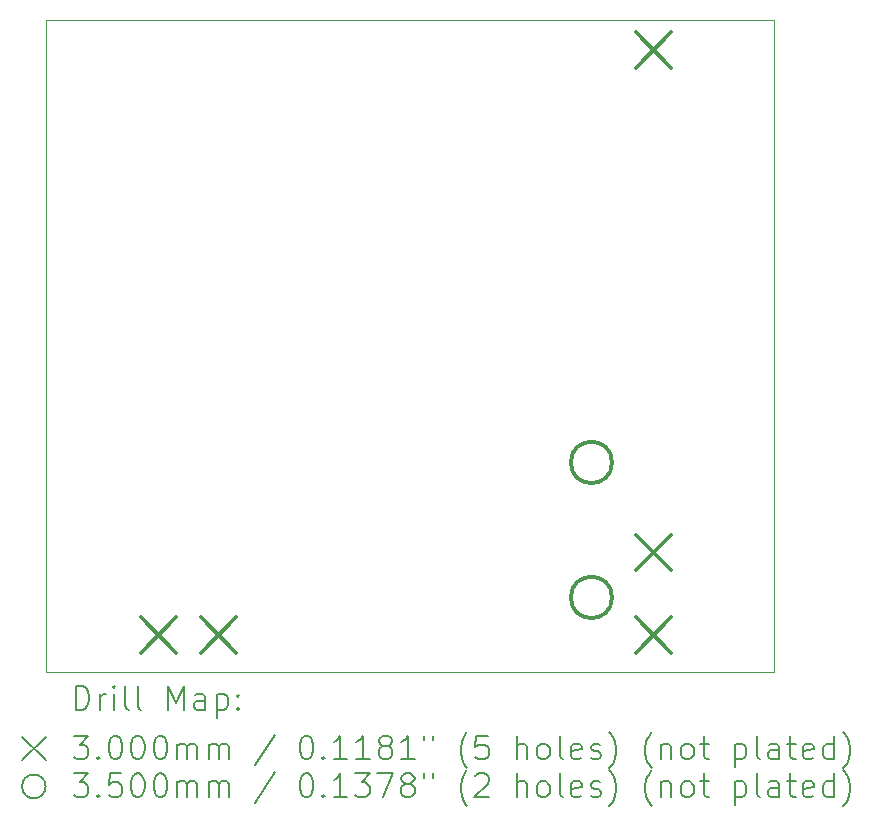
<source format=gbr>
%FSLAX45Y45*%
G04 Gerber Fmt 4.5, Leading zero omitted, Abs format (unit mm)*
G04 Created by KiCad (PCBNEW (6.0.2)) date 2022-02-24 19:29:31*
%MOMM*%
%LPD*%
G01*
G04 APERTURE LIST*
%TA.AperFunction,Profile*%
%ADD10C,0.100000*%
%TD*%
%ADD11C,0.200000*%
%ADD12C,0.300000*%
%ADD13C,0.350000*%
G04 APERTURE END LIST*
D10*
X15748000Y-7175500D02*
X21907500Y-7175500D01*
X15748000Y-1651000D02*
X15748000Y-7175500D01*
X21907500Y-7175500D02*
X21907500Y-1651000D01*
X21907500Y-1651000D02*
X15748000Y-1651000D01*
D11*
D12*
X16550500Y-6708000D02*
X16850500Y-7008000D01*
X16850500Y-6708000D02*
X16550500Y-7008000D01*
X17058500Y-6708000D02*
X17358500Y-7008000D01*
X17358500Y-6708000D02*
X17058500Y-7008000D01*
X20741500Y-1755000D02*
X21041500Y-2055000D01*
X21041500Y-1755000D02*
X20741500Y-2055000D01*
X20741500Y-6009500D02*
X21041500Y-6309500D01*
X21041500Y-6009500D02*
X20741500Y-6309500D01*
X20741500Y-6708000D02*
X21041500Y-7008000D01*
X21041500Y-6708000D02*
X20741500Y-7008000D01*
D13*
X20539500Y-5397500D02*
G75*
G03*
X20539500Y-5397500I-175000J0D01*
G01*
X20539500Y-6540500D02*
G75*
G03*
X20539500Y-6540500I-175000J0D01*
G01*
D11*
X16000619Y-7490976D02*
X16000619Y-7290976D01*
X16048238Y-7290976D01*
X16076809Y-7300500D01*
X16095857Y-7319548D01*
X16105381Y-7338595D01*
X16114905Y-7376690D01*
X16114905Y-7405262D01*
X16105381Y-7443357D01*
X16095857Y-7462405D01*
X16076809Y-7481452D01*
X16048238Y-7490976D01*
X16000619Y-7490976D01*
X16200619Y-7490976D02*
X16200619Y-7357643D01*
X16200619Y-7395738D02*
X16210143Y-7376690D01*
X16219667Y-7367167D01*
X16238714Y-7357643D01*
X16257762Y-7357643D01*
X16324428Y-7490976D02*
X16324428Y-7357643D01*
X16324428Y-7290976D02*
X16314905Y-7300500D01*
X16324428Y-7310024D01*
X16333952Y-7300500D01*
X16324428Y-7290976D01*
X16324428Y-7310024D01*
X16448238Y-7490976D02*
X16429190Y-7481452D01*
X16419667Y-7462405D01*
X16419667Y-7290976D01*
X16553000Y-7490976D02*
X16533952Y-7481452D01*
X16524428Y-7462405D01*
X16524428Y-7290976D01*
X16781571Y-7490976D02*
X16781571Y-7290976D01*
X16848238Y-7433833D01*
X16914905Y-7290976D01*
X16914905Y-7490976D01*
X17095857Y-7490976D02*
X17095857Y-7386214D01*
X17086333Y-7367167D01*
X17067286Y-7357643D01*
X17029190Y-7357643D01*
X17010143Y-7367167D01*
X17095857Y-7481452D02*
X17076810Y-7490976D01*
X17029190Y-7490976D01*
X17010143Y-7481452D01*
X17000619Y-7462405D01*
X17000619Y-7443357D01*
X17010143Y-7424309D01*
X17029190Y-7414786D01*
X17076810Y-7414786D01*
X17095857Y-7405262D01*
X17191095Y-7357643D02*
X17191095Y-7557643D01*
X17191095Y-7367167D02*
X17210143Y-7357643D01*
X17248238Y-7357643D01*
X17267286Y-7367167D01*
X17276810Y-7376690D01*
X17286333Y-7395738D01*
X17286333Y-7452881D01*
X17276810Y-7471928D01*
X17267286Y-7481452D01*
X17248238Y-7490976D01*
X17210143Y-7490976D01*
X17191095Y-7481452D01*
X17372048Y-7471928D02*
X17381571Y-7481452D01*
X17372048Y-7490976D01*
X17362524Y-7481452D01*
X17372048Y-7471928D01*
X17372048Y-7490976D01*
X17372048Y-7367167D02*
X17381571Y-7376690D01*
X17372048Y-7386214D01*
X17362524Y-7376690D01*
X17372048Y-7367167D01*
X17372048Y-7386214D01*
X15543000Y-7720500D02*
X15743000Y-7920500D01*
X15743000Y-7720500D02*
X15543000Y-7920500D01*
X15981571Y-7710976D02*
X16105381Y-7710976D01*
X16038714Y-7787167D01*
X16067286Y-7787167D01*
X16086333Y-7796690D01*
X16095857Y-7806214D01*
X16105381Y-7825262D01*
X16105381Y-7872881D01*
X16095857Y-7891928D01*
X16086333Y-7901452D01*
X16067286Y-7910976D01*
X16010143Y-7910976D01*
X15991095Y-7901452D01*
X15981571Y-7891928D01*
X16191095Y-7891928D02*
X16200619Y-7901452D01*
X16191095Y-7910976D01*
X16181571Y-7901452D01*
X16191095Y-7891928D01*
X16191095Y-7910976D01*
X16324428Y-7710976D02*
X16343476Y-7710976D01*
X16362524Y-7720500D01*
X16372048Y-7730024D01*
X16381571Y-7749071D01*
X16391095Y-7787167D01*
X16391095Y-7834786D01*
X16381571Y-7872881D01*
X16372048Y-7891928D01*
X16362524Y-7901452D01*
X16343476Y-7910976D01*
X16324428Y-7910976D01*
X16305381Y-7901452D01*
X16295857Y-7891928D01*
X16286333Y-7872881D01*
X16276809Y-7834786D01*
X16276809Y-7787167D01*
X16286333Y-7749071D01*
X16295857Y-7730024D01*
X16305381Y-7720500D01*
X16324428Y-7710976D01*
X16514905Y-7710976D02*
X16533952Y-7710976D01*
X16553000Y-7720500D01*
X16562524Y-7730024D01*
X16572048Y-7749071D01*
X16581571Y-7787167D01*
X16581571Y-7834786D01*
X16572048Y-7872881D01*
X16562524Y-7891928D01*
X16553000Y-7901452D01*
X16533952Y-7910976D01*
X16514905Y-7910976D01*
X16495857Y-7901452D01*
X16486333Y-7891928D01*
X16476809Y-7872881D01*
X16467286Y-7834786D01*
X16467286Y-7787167D01*
X16476809Y-7749071D01*
X16486333Y-7730024D01*
X16495857Y-7720500D01*
X16514905Y-7710976D01*
X16705381Y-7710976D02*
X16724428Y-7710976D01*
X16743476Y-7720500D01*
X16753000Y-7730024D01*
X16762524Y-7749071D01*
X16772048Y-7787167D01*
X16772048Y-7834786D01*
X16762524Y-7872881D01*
X16753000Y-7891928D01*
X16743476Y-7901452D01*
X16724428Y-7910976D01*
X16705381Y-7910976D01*
X16686333Y-7901452D01*
X16676809Y-7891928D01*
X16667286Y-7872881D01*
X16657762Y-7834786D01*
X16657762Y-7787167D01*
X16667286Y-7749071D01*
X16676809Y-7730024D01*
X16686333Y-7720500D01*
X16705381Y-7710976D01*
X16857762Y-7910976D02*
X16857762Y-7777643D01*
X16857762Y-7796690D02*
X16867286Y-7787167D01*
X16886333Y-7777643D01*
X16914905Y-7777643D01*
X16933952Y-7787167D01*
X16943476Y-7806214D01*
X16943476Y-7910976D01*
X16943476Y-7806214D02*
X16953000Y-7787167D01*
X16972048Y-7777643D01*
X17000619Y-7777643D01*
X17019667Y-7787167D01*
X17029190Y-7806214D01*
X17029190Y-7910976D01*
X17124429Y-7910976D02*
X17124429Y-7777643D01*
X17124429Y-7796690D02*
X17133952Y-7787167D01*
X17153000Y-7777643D01*
X17181571Y-7777643D01*
X17200619Y-7787167D01*
X17210143Y-7806214D01*
X17210143Y-7910976D01*
X17210143Y-7806214D02*
X17219667Y-7787167D01*
X17238714Y-7777643D01*
X17267286Y-7777643D01*
X17286333Y-7787167D01*
X17295857Y-7806214D01*
X17295857Y-7910976D01*
X17686333Y-7701452D02*
X17514905Y-7958595D01*
X17943476Y-7710976D02*
X17962524Y-7710976D01*
X17981571Y-7720500D01*
X17991095Y-7730024D01*
X18000619Y-7749071D01*
X18010143Y-7787167D01*
X18010143Y-7834786D01*
X18000619Y-7872881D01*
X17991095Y-7891928D01*
X17981571Y-7901452D01*
X17962524Y-7910976D01*
X17943476Y-7910976D01*
X17924429Y-7901452D01*
X17914905Y-7891928D01*
X17905381Y-7872881D01*
X17895857Y-7834786D01*
X17895857Y-7787167D01*
X17905381Y-7749071D01*
X17914905Y-7730024D01*
X17924429Y-7720500D01*
X17943476Y-7710976D01*
X18095857Y-7891928D02*
X18105381Y-7901452D01*
X18095857Y-7910976D01*
X18086333Y-7901452D01*
X18095857Y-7891928D01*
X18095857Y-7910976D01*
X18295857Y-7910976D02*
X18181571Y-7910976D01*
X18238714Y-7910976D02*
X18238714Y-7710976D01*
X18219667Y-7739548D01*
X18200619Y-7758595D01*
X18181571Y-7768119D01*
X18486333Y-7910976D02*
X18372048Y-7910976D01*
X18429190Y-7910976D02*
X18429190Y-7710976D01*
X18410143Y-7739548D01*
X18391095Y-7758595D01*
X18372048Y-7768119D01*
X18600619Y-7796690D02*
X18581571Y-7787167D01*
X18572048Y-7777643D01*
X18562524Y-7758595D01*
X18562524Y-7749071D01*
X18572048Y-7730024D01*
X18581571Y-7720500D01*
X18600619Y-7710976D01*
X18638714Y-7710976D01*
X18657762Y-7720500D01*
X18667286Y-7730024D01*
X18676810Y-7749071D01*
X18676810Y-7758595D01*
X18667286Y-7777643D01*
X18657762Y-7787167D01*
X18638714Y-7796690D01*
X18600619Y-7796690D01*
X18581571Y-7806214D01*
X18572048Y-7815738D01*
X18562524Y-7834786D01*
X18562524Y-7872881D01*
X18572048Y-7891928D01*
X18581571Y-7901452D01*
X18600619Y-7910976D01*
X18638714Y-7910976D01*
X18657762Y-7901452D01*
X18667286Y-7891928D01*
X18676810Y-7872881D01*
X18676810Y-7834786D01*
X18667286Y-7815738D01*
X18657762Y-7806214D01*
X18638714Y-7796690D01*
X18867286Y-7910976D02*
X18753000Y-7910976D01*
X18810143Y-7910976D02*
X18810143Y-7710976D01*
X18791095Y-7739548D01*
X18772048Y-7758595D01*
X18753000Y-7768119D01*
X18943476Y-7710976D02*
X18943476Y-7749071D01*
X19019667Y-7710976D02*
X19019667Y-7749071D01*
X19314905Y-7987167D02*
X19305381Y-7977643D01*
X19286333Y-7949071D01*
X19276810Y-7930024D01*
X19267286Y-7901452D01*
X19257762Y-7853833D01*
X19257762Y-7815738D01*
X19267286Y-7768119D01*
X19276810Y-7739548D01*
X19286333Y-7720500D01*
X19305381Y-7691928D01*
X19314905Y-7682405D01*
X19486333Y-7710976D02*
X19391095Y-7710976D01*
X19381571Y-7806214D01*
X19391095Y-7796690D01*
X19410143Y-7787167D01*
X19457762Y-7787167D01*
X19476810Y-7796690D01*
X19486333Y-7806214D01*
X19495857Y-7825262D01*
X19495857Y-7872881D01*
X19486333Y-7891928D01*
X19476810Y-7901452D01*
X19457762Y-7910976D01*
X19410143Y-7910976D01*
X19391095Y-7901452D01*
X19381571Y-7891928D01*
X19733952Y-7910976D02*
X19733952Y-7710976D01*
X19819667Y-7910976D02*
X19819667Y-7806214D01*
X19810143Y-7787167D01*
X19791095Y-7777643D01*
X19762524Y-7777643D01*
X19743476Y-7787167D01*
X19733952Y-7796690D01*
X19943476Y-7910976D02*
X19924429Y-7901452D01*
X19914905Y-7891928D01*
X19905381Y-7872881D01*
X19905381Y-7815738D01*
X19914905Y-7796690D01*
X19924429Y-7787167D01*
X19943476Y-7777643D01*
X19972048Y-7777643D01*
X19991095Y-7787167D01*
X20000619Y-7796690D01*
X20010143Y-7815738D01*
X20010143Y-7872881D01*
X20000619Y-7891928D01*
X19991095Y-7901452D01*
X19972048Y-7910976D01*
X19943476Y-7910976D01*
X20124429Y-7910976D02*
X20105381Y-7901452D01*
X20095857Y-7882405D01*
X20095857Y-7710976D01*
X20276810Y-7901452D02*
X20257762Y-7910976D01*
X20219667Y-7910976D01*
X20200619Y-7901452D01*
X20191095Y-7882405D01*
X20191095Y-7806214D01*
X20200619Y-7787167D01*
X20219667Y-7777643D01*
X20257762Y-7777643D01*
X20276810Y-7787167D01*
X20286333Y-7806214D01*
X20286333Y-7825262D01*
X20191095Y-7844309D01*
X20362524Y-7901452D02*
X20381571Y-7910976D01*
X20419667Y-7910976D01*
X20438714Y-7901452D01*
X20448238Y-7882405D01*
X20448238Y-7872881D01*
X20438714Y-7853833D01*
X20419667Y-7844309D01*
X20391095Y-7844309D01*
X20372048Y-7834786D01*
X20362524Y-7815738D01*
X20362524Y-7806214D01*
X20372048Y-7787167D01*
X20391095Y-7777643D01*
X20419667Y-7777643D01*
X20438714Y-7787167D01*
X20514905Y-7987167D02*
X20524429Y-7977643D01*
X20543476Y-7949071D01*
X20553000Y-7930024D01*
X20562524Y-7901452D01*
X20572048Y-7853833D01*
X20572048Y-7815738D01*
X20562524Y-7768119D01*
X20553000Y-7739548D01*
X20543476Y-7720500D01*
X20524429Y-7691928D01*
X20514905Y-7682405D01*
X20876810Y-7987167D02*
X20867286Y-7977643D01*
X20848238Y-7949071D01*
X20838714Y-7930024D01*
X20829190Y-7901452D01*
X20819667Y-7853833D01*
X20819667Y-7815738D01*
X20829190Y-7768119D01*
X20838714Y-7739548D01*
X20848238Y-7720500D01*
X20867286Y-7691928D01*
X20876810Y-7682405D01*
X20953000Y-7777643D02*
X20953000Y-7910976D01*
X20953000Y-7796690D02*
X20962524Y-7787167D01*
X20981571Y-7777643D01*
X21010143Y-7777643D01*
X21029190Y-7787167D01*
X21038714Y-7806214D01*
X21038714Y-7910976D01*
X21162524Y-7910976D02*
X21143476Y-7901452D01*
X21133952Y-7891928D01*
X21124429Y-7872881D01*
X21124429Y-7815738D01*
X21133952Y-7796690D01*
X21143476Y-7787167D01*
X21162524Y-7777643D01*
X21191095Y-7777643D01*
X21210143Y-7787167D01*
X21219667Y-7796690D01*
X21229190Y-7815738D01*
X21229190Y-7872881D01*
X21219667Y-7891928D01*
X21210143Y-7901452D01*
X21191095Y-7910976D01*
X21162524Y-7910976D01*
X21286333Y-7777643D02*
X21362524Y-7777643D01*
X21314905Y-7710976D02*
X21314905Y-7882405D01*
X21324429Y-7901452D01*
X21343476Y-7910976D01*
X21362524Y-7910976D01*
X21581571Y-7777643D02*
X21581571Y-7977643D01*
X21581571Y-7787167D02*
X21600619Y-7777643D01*
X21638714Y-7777643D01*
X21657762Y-7787167D01*
X21667286Y-7796690D01*
X21676810Y-7815738D01*
X21676810Y-7872881D01*
X21667286Y-7891928D01*
X21657762Y-7901452D01*
X21638714Y-7910976D01*
X21600619Y-7910976D01*
X21581571Y-7901452D01*
X21791095Y-7910976D02*
X21772048Y-7901452D01*
X21762524Y-7882405D01*
X21762524Y-7710976D01*
X21953000Y-7910976D02*
X21953000Y-7806214D01*
X21943476Y-7787167D01*
X21924429Y-7777643D01*
X21886333Y-7777643D01*
X21867286Y-7787167D01*
X21953000Y-7901452D02*
X21933952Y-7910976D01*
X21886333Y-7910976D01*
X21867286Y-7901452D01*
X21857762Y-7882405D01*
X21857762Y-7863357D01*
X21867286Y-7844309D01*
X21886333Y-7834786D01*
X21933952Y-7834786D01*
X21953000Y-7825262D01*
X22019667Y-7777643D02*
X22095857Y-7777643D01*
X22048238Y-7710976D02*
X22048238Y-7882405D01*
X22057762Y-7901452D01*
X22076810Y-7910976D01*
X22095857Y-7910976D01*
X22238714Y-7901452D02*
X22219667Y-7910976D01*
X22181571Y-7910976D01*
X22162524Y-7901452D01*
X22153000Y-7882405D01*
X22153000Y-7806214D01*
X22162524Y-7787167D01*
X22181571Y-7777643D01*
X22219667Y-7777643D01*
X22238714Y-7787167D01*
X22248238Y-7806214D01*
X22248238Y-7825262D01*
X22153000Y-7844309D01*
X22419667Y-7910976D02*
X22419667Y-7710976D01*
X22419667Y-7901452D02*
X22400619Y-7910976D01*
X22362524Y-7910976D01*
X22343476Y-7901452D01*
X22333952Y-7891928D01*
X22324429Y-7872881D01*
X22324429Y-7815738D01*
X22333952Y-7796690D01*
X22343476Y-7787167D01*
X22362524Y-7777643D01*
X22400619Y-7777643D01*
X22419667Y-7787167D01*
X22495857Y-7987167D02*
X22505381Y-7977643D01*
X22524428Y-7949071D01*
X22533952Y-7930024D01*
X22543476Y-7901452D01*
X22553000Y-7853833D01*
X22553000Y-7815738D01*
X22543476Y-7768119D01*
X22533952Y-7739548D01*
X22524428Y-7720500D01*
X22505381Y-7691928D01*
X22495857Y-7682405D01*
X15743000Y-8140500D02*
G75*
G03*
X15743000Y-8140500I-100000J0D01*
G01*
X15981571Y-8030976D02*
X16105381Y-8030976D01*
X16038714Y-8107167D01*
X16067286Y-8107167D01*
X16086333Y-8116690D01*
X16095857Y-8126214D01*
X16105381Y-8145262D01*
X16105381Y-8192881D01*
X16095857Y-8211928D01*
X16086333Y-8221452D01*
X16067286Y-8230976D01*
X16010143Y-8230976D01*
X15991095Y-8221452D01*
X15981571Y-8211928D01*
X16191095Y-8211928D02*
X16200619Y-8221452D01*
X16191095Y-8230976D01*
X16181571Y-8221452D01*
X16191095Y-8211928D01*
X16191095Y-8230976D01*
X16381571Y-8030976D02*
X16286333Y-8030976D01*
X16276809Y-8126214D01*
X16286333Y-8116690D01*
X16305381Y-8107167D01*
X16353000Y-8107167D01*
X16372048Y-8116690D01*
X16381571Y-8126214D01*
X16391095Y-8145262D01*
X16391095Y-8192881D01*
X16381571Y-8211928D01*
X16372048Y-8221452D01*
X16353000Y-8230976D01*
X16305381Y-8230976D01*
X16286333Y-8221452D01*
X16276809Y-8211928D01*
X16514905Y-8030976D02*
X16533952Y-8030976D01*
X16553000Y-8040500D01*
X16562524Y-8050024D01*
X16572048Y-8069071D01*
X16581571Y-8107167D01*
X16581571Y-8154786D01*
X16572048Y-8192881D01*
X16562524Y-8211928D01*
X16553000Y-8221452D01*
X16533952Y-8230976D01*
X16514905Y-8230976D01*
X16495857Y-8221452D01*
X16486333Y-8211928D01*
X16476809Y-8192881D01*
X16467286Y-8154786D01*
X16467286Y-8107167D01*
X16476809Y-8069071D01*
X16486333Y-8050024D01*
X16495857Y-8040500D01*
X16514905Y-8030976D01*
X16705381Y-8030976D02*
X16724428Y-8030976D01*
X16743476Y-8040500D01*
X16753000Y-8050024D01*
X16762524Y-8069071D01*
X16772048Y-8107167D01*
X16772048Y-8154786D01*
X16762524Y-8192881D01*
X16753000Y-8211928D01*
X16743476Y-8221452D01*
X16724428Y-8230976D01*
X16705381Y-8230976D01*
X16686333Y-8221452D01*
X16676809Y-8211928D01*
X16667286Y-8192881D01*
X16657762Y-8154786D01*
X16657762Y-8107167D01*
X16667286Y-8069071D01*
X16676809Y-8050024D01*
X16686333Y-8040500D01*
X16705381Y-8030976D01*
X16857762Y-8230976D02*
X16857762Y-8097643D01*
X16857762Y-8116690D02*
X16867286Y-8107167D01*
X16886333Y-8097643D01*
X16914905Y-8097643D01*
X16933952Y-8107167D01*
X16943476Y-8126214D01*
X16943476Y-8230976D01*
X16943476Y-8126214D02*
X16953000Y-8107167D01*
X16972048Y-8097643D01*
X17000619Y-8097643D01*
X17019667Y-8107167D01*
X17029190Y-8126214D01*
X17029190Y-8230976D01*
X17124429Y-8230976D02*
X17124429Y-8097643D01*
X17124429Y-8116690D02*
X17133952Y-8107167D01*
X17153000Y-8097643D01*
X17181571Y-8097643D01*
X17200619Y-8107167D01*
X17210143Y-8126214D01*
X17210143Y-8230976D01*
X17210143Y-8126214D02*
X17219667Y-8107167D01*
X17238714Y-8097643D01*
X17267286Y-8097643D01*
X17286333Y-8107167D01*
X17295857Y-8126214D01*
X17295857Y-8230976D01*
X17686333Y-8021452D02*
X17514905Y-8278595D01*
X17943476Y-8030976D02*
X17962524Y-8030976D01*
X17981571Y-8040500D01*
X17991095Y-8050024D01*
X18000619Y-8069071D01*
X18010143Y-8107167D01*
X18010143Y-8154786D01*
X18000619Y-8192881D01*
X17991095Y-8211928D01*
X17981571Y-8221452D01*
X17962524Y-8230976D01*
X17943476Y-8230976D01*
X17924429Y-8221452D01*
X17914905Y-8211928D01*
X17905381Y-8192881D01*
X17895857Y-8154786D01*
X17895857Y-8107167D01*
X17905381Y-8069071D01*
X17914905Y-8050024D01*
X17924429Y-8040500D01*
X17943476Y-8030976D01*
X18095857Y-8211928D02*
X18105381Y-8221452D01*
X18095857Y-8230976D01*
X18086333Y-8221452D01*
X18095857Y-8211928D01*
X18095857Y-8230976D01*
X18295857Y-8230976D02*
X18181571Y-8230976D01*
X18238714Y-8230976D02*
X18238714Y-8030976D01*
X18219667Y-8059548D01*
X18200619Y-8078595D01*
X18181571Y-8088119D01*
X18362524Y-8030976D02*
X18486333Y-8030976D01*
X18419667Y-8107167D01*
X18448238Y-8107167D01*
X18467286Y-8116690D01*
X18476810Y-8126214D01*
X18486333Y-8145262D01*
X18486333Y-8192881D01*
X18476810Y-8211928D01*
X18467286Y-8221452D01*
X18448238Y-8230976D01*
X18391095Y-8230976D01*
X18372048Y-8221452D01*
X18362524Y-8211928D01*
X18553000Y-8030976D02*
X18686333Y-8030976D01*
X18600619Y-8230976D01*
X18791095Y-8116690D02*
X18772048Y-8107167D01*
X18762524Y-8097643D01*
X18753000Y-8078595D01*
X18753000Y-8069071D01*
X18762524Y-8050024D01*
X18772048Y-8040500D01*
X18791095Y-8030976D01*
X18829190Y-8030976D01*
X18848238Y-8040500D01*
X18857762Y-8050024D01*
X18867286Y-8069071D01*
X18867286Y-8078595D01*
X18857762Y-8097643D01*
X18848238Y-8107167D01*
X18829190Y-8116690D01*
X18791095Y-8116690D01*
X18772048Y-8126214D01*
X18762524Y-8135738D01*
X18753000Y-8154786D01*
X18753000Y-8192881D01*
X18762524Y-8211928D01*
X18772048Y-8221452D01*
X18791095Y-8230976D01*
X18829190Y-8230976D01*
X18848238Y-8221452D01*
X18857762Y-8211928D01*
X18867286Y-8192881D01*
X18867286Y-8154786D01*
X18857762Y-8135738D01*
X18848238Y-8126214D01*
X18829190Y-8116690D01*
X18943476Y-8030976D02*
X18943476Y-8069071D01*
X19019667Y-8030976D02*
X19019667Y-8069071D01*
X19314905Y-8307167D02*
X19305381Y-8297643D01*
X19286333Y-8269071D01*
X19276810Y-8250024D01*
X19267286Y-8221452D01*
X19257762Y-8173833D01*
X19257762Y-8135738D01*
X19267286Y-8088119D01*
X19276810Y-8059548D01*
X19286333Y-8040500D01*
X19305381Y-8011928D01*
X19314905Y-8002405D01*
X19381571Y-8050024D02*
X19391095Y-8040500D01*
X19410143Y-8030976D01*
X19457762Y-8030976D01*
X19476810Y-8040500D01*
X19486333Y-8050024D01*
X19495857Y-8069071D01*
X19495857Y-8088119D01*
X19486333Y-8116690D01*
X19372048Y-8230976D01*
X19495857Y-8230976D01*
X19733952Y-8230976D02*
X19733952Y-8030976D01*
X19819667Y-8230976D02*
X19819667Y-8126214D01*
X19810143Y-8107167D01*
X19791095Y-8097643D01*
X19762524Y-8097643D01*
X19743476Y-8107167D01*
X19733952Y-8116690D01*
X19943476Y-8230976D02*
X19924429Y-8221452D01*
X19914905Y-8211928D01*
X19905381Y-8192881D01*
X19905381Y-8135738D01*
X19914905Y-8116690D01*
X19924429Y-8107167D01*
X19943476Y-8097643D01*
X19972048Y-8097643D01*
X19991095Y-8107167D01*
X20000619Y-8116690D01*
X20010143Y-8135738D01*
X20010143Y-8192881D01*
X20000619Y-8211928D01*
X19991095Y-8221452D01*
X19972048Y-8230976D01*
X19943476Y-8230976D01*
X20124429Y-8230976D02*
X20105381Y-8221452D01*
X20095857Y-8202405D01*
X20095857Y-8030976D01*
X20276810Y-8221452D02*
X20257762Y-8230976D01*
X20219667Y-8230976D01*
X20200619Y-8221452D01*
X20191095Y-8202405D01*
X20191095Y-8126214D01*
X20200619Y-8107167D01*
X20219667Y-8097643D01*
X20257762Y-8097643D01*
X20276810Y-8107167D01*
X20286333Y-8126214D01*
X20286333Y-8145262D01*
X20191095Y-8164309D01*
X20362524Y-8221452D02*
X20381571Y-8230976D01*
X20419667Y-8230976D01*
X20438714Y-8221452D01*
X20448238Y-8202405D01*
X20448238Y-8192881D01*
X20438714Y-8173833D01*
X20419667Y-8164309D01*
X20391095Y-8164309D01*
X20372048Y-8154786D01*
X20362524Y-8135738D01*
X20362524Y-8126214D01*
X20372048Y-8107167D01*
X20391095Y-8097643D01*
X20419667Y-8097643D01*
X20438714Y-8107167D01*
X20514905Y-8307167D02*
X20524429Y-8297643D01*
X20543476Y-8269071D01*
X20553000Y-8250024D01*
X20562524Y-8221452D01*
X20572048Y-8173833D01*
X20572048Y-8135738D01*
X20562524Y-8088119D01*
X20553000Y-8059548D01*
X20543476Y-8040500D01*
X20524429Y-8011928D01*
X20514905Y-8002405D01*
X20876810Y-8307167D02*
X20867286Y-8297643D01*
X20848238Y-8269071D01*
X20838714Y-8250024D01*
X20829190Y-8221452D01*
X20819667Y-8173833D01*
X20819667Y-8135738D01*
X20829190Y-8088119D01*
X20838714Y-8059548D01*
X20848238Y-8040500D01*
X20867286Y-8011928D01*
X20876810Y-8002405D01*
X20953000Y-8097643D02*
X20953000Y-8230976D01*
X20953000Y-8116690D02*
X20962524Y-8107167D01*
X20981571Y-8097643D01*
X21010143Y-8097643D01*
X21029190Y-8107167D01*
X21038714Y-8126214D01*
X21038714Y-8230976D01*
X21162524Y-8230976D02*
X21143476Y-8221452D01*
X21133952Y-8211928D01*
X21124429Y-8192881D01*
X21124429Y-8135738D01*
X21133952Y-8116690D01*
X21143476Y-8107167D01*
X21162524Y-8097643D01*
X21191095Y-8097643D01*
X21210143Y-8107167D01*
X21219667Y-8116690D01*
X21229190Y-8135738D01*
X21229190Y-8192881D01*
X21219667Y-8211928D01*
X21210143Y-8221452D01*
X21191095Y-8230976D01*
X21162524Y-8230976D01*
X21286333Y-8097643D02*
X21362524Y-8097643D01*
X21314905Y-8030976D02*
X21314905Y-8202405D01*
X21324429Y-8221452D01*
X21343476Y-8230976D01*
X21362524Y-8230976D01*
X21581571Y-8097643D02*
X21581571Y-8297643D01*
X21581571Y-8107167D02*
X21600619Y-8097643D01*
X21638714Y-8097643D01*
X21657762Y-8107167D01*
X21667286Y-8116690D01*
X21676810Y-8135738D01*
X21676810Y-8192881D01*
X21667286Y-8211928D01*
X21657762Y-8221452D01*
X21638714Y-8230976D01*
X21600619Y-8230976D01*
X21581571Y-8221452D01*
X21791095Y-8230976D02*
X21772048Y-8221452D01*
X21762524Y-8202405D01*
X21762524Y-8030976D01*
X21953000Y-8230976D02*
X21953000Y-8126214D01*
X21943476Y-8107167D01*
X21924429Y-8097643D01*
X21886333Y-8097643D01*
X21867286Y-8107167D01*
X21953000Y-8221452D02*
X21933952Y-8230976D01*
X21886333Y-8230976D01*
X21867286Y-8221452D01*
X21857762Y-8202405D01*
X21857762Y-8183357D01*
X21867286Y-8164309D01*
X21886333Y-8154786D01*
X21933952Y-8154786D01*
X21953000Y-8145262D01*
X22019667Y-8097643D02*
X22095857Y-8097643D01*
X22048238Y-8030976D02*
X22048238Y-8202405D01*
X22057762Y-8221452D01*
X22076810Y-8230976D01*
X22095857Y-8230976D01*
X22238714Y-8221452D02*
X22219667Y-8230976D01*
X22181571Y-8230976D01*
X22162524Y-8221452D01*
X22153000Y-8202405D01*
X22153000Y-8126214D01*
X22162524Y-8107167D01*
X22181571Y-8097643D01*
X22219667Y-8097643D01*
X22238714Y-8107167D01*
X22248238Y-8126214D01*
X22248238Y-8145262D01*
X22153000Y-8164309D01*
X22419667Y-8230976D02*
X22419667Y-8030976D01*
X22419667Y-8221452D02*
X22400619Y-8230976D01*
X22362524Y-8230976D01*
X22343476Y-8221452D01*
X22333952Y-8211928D01*
X22324429Y-8192881D01*
X22324429Y-8135738D01*
X22333952Y-8116690D01*
X22343476Y-8107167D01*
X22362524Y-8097643D01*
X22400619Y-8097643D01*
X22419667Y-8107167D01*
X22495857Y-8307167D02*
X22505381Y-8297643D01*
X22524428Y-8269071D01*
X22533952Y-8250024D01*
X22543476Y-8221452D01*
X22553000Y-8173833D01*
X22553000Y-8135738D01*
X22543476Y-8088119D01*
X22533952Y-8059548D01*
X22524428Y-8040500D01*
X22505381Y-8011928D01*
X22495857Y-8002405D01*
M02*

</source>
